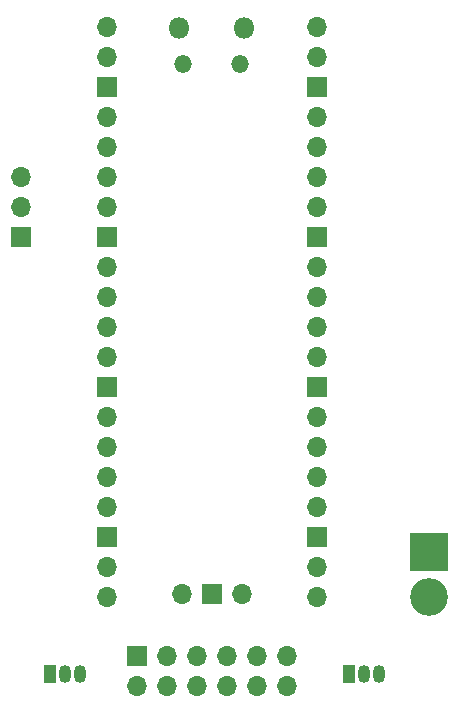
<source format=gbr>
%TF.GenerationSoftware,KiCad,Pcbnew,7.0.10+dfsg-1*%
%TF.CreationDate,2024-01-21T16:37:02+01:00*%
%TF.ProjectId,picoswitch,7069636f-7377-4697-9463-682e6b696361,rev?*%
%TF.SameCoordinates,Original*%
%TF.FileFunction,Soldermask,Bot*%
%TF.FilePolarity,Negative*%
%FSLAX46Y46*%
G04 Gerber Fmt 4.6, Leading zero omitted, Abs format (unit mm)*
G04 Created by KiCad (PCBNEW 7.0.10+dfsg-1) date 2024-01-21 16:37:02*
%MOMM*%
%LPD*%
G01*
G04 APERTURE LIST*
%ADD10R,1.700000X1.700000*%
%ADD11O,1.700000X1.700000*%
%ADD12O,1.800000X1.800000*%
%ADD13O,1.500000X1.500000*%
%ADD14R,1.050000X1.500000*%
%ADD15O,1.050000X1.500000*%
%ADD16R,3.200000X3.200000*%
%ADD17O,3.200000X3.200000*%
G04 APERTURE END LIST*
D10*
%TO.C,J3*%
X137300000Y-114000000D03*
D11*
X137300000Y-116540000D03*
X139840000Y-114000000D03*
X139840000Y-116540000D03*
X142380000Y-114000000D03*
X142380000Y-116540000D03*
X144920000Y-114000000D03*
X144920000Y-116540000D03*
X147460000Y-114000000D03*
X147460000Y-116540000D03*
X150000000Y-114000000D03*
X150000000Y-116540000D03*
%TD*%
D10*
%TO.C,J2*%
X127475000Y-78525000D03*
D11*
X127475000Y-75985000D03*
X127475000Y-73445000D03*
%TD*%
%TO.C,U1*%
X146150000Y-108770000D03*
D10*
X143610000Y-108770000D03*
D11*
X141070000Y-108770000D03*
X152500000Y-60740000D03*
X152500000Y-63280000D03*
D10*
X152500000Y-65820000D03*
D11*
X152500000Y-68360000D03*
X152500000Y-70900000D03*
X152500000Y-73440000D03*
X152500000Y-75980000D03*
D10*
X152500000Y-78520000D03*
D11*
X152500000Y-81060000D03*
X152500000Y-83600000D03*
X152500000Y-86140000D03*
X152500000Y-88680000D03*
D10*
X152500000Y-91220000D03*
D11*
X152500000Y-93760000D03*
X152500000Y-96300000D03*
X152500000Y-98840000D03*
X152500000Y-101380000D03*
D10*
X152500000Y-103920000D03*
D11*
X152500000Y-106460000D03*
X152500000Y-109000000D03*
X134720000Y-109000000D03*
X134720000Y-106460000D03*
D10*
X134720000Y-103920000D03*
D11*
X134720000Y-101380000D03*
X134720000Y-98840000D03*
X134720000Y-96300000D03*
X134720000Y-93760000D03*
D10*
X134720000Y-91220000D03*
D11*
X134720000Y-88680000D03*
X134720000Y-86140000D03*
X134720000Y-83600000D03*
X134720000Y-81060000D03*
D10*
X134720000Y-78520000D03*
D11*
X134720000Y-75980000D03*
X134720000Y-73440000D03*
X134720000Y-70900000D03*
X134720000Y-68360000D03*
D10*
X134720000Y-65820000D03*
D11*
X134720000Y-63280000D03*
X134720000Y-60740000D03*
D12*
X146335000Y-60870000D03*
D13*
X146035000Y-63900000D03*
X141185000Y-63900000D03*
D12*
X140885000Y-60870000D03*
%TD*%
D14*
%TO.C,Q2*%
X155230000Y-115500000D03*
D15*
X156500000Y-115500000D03*
X157770000Y-115500000D03*
%TD*%
D14*
%TO.C,Q1*%
X129960000Y-115500000D03*
D15*
X131230000Y-115500000D03*
X132500000Y-115500000D03*
%TD*%
D16*
%TO.C,D1*%
X162000000Y-105190000D03*
D17*
X162000000Y-109000000D03*
%TD*%
M02*

</source>
